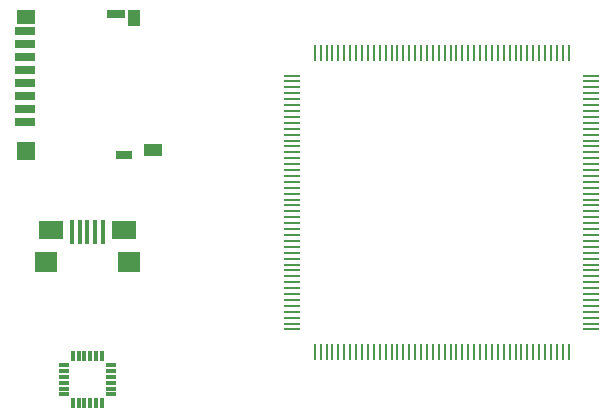
<source format=gbr>
G04 EAGLE Gerber RS-274X export*
G75*
%MOMM*%
%FSLAX34Y34*%
%LPD*%
%INSolderpaste Top*%
%IPPOS*%
%AMOC8*
5,1,8,0,0,1.08239X$1,22.5*%
G01*
%ADD10R,1.750000X0.700000*%
%ADD11R,1.550000X1.000000*%
%ADD12R,1.000000X1.450000*%
%ADD13R,1.500000X1.500000*%
%ADD14R,1.500000X1.300000*%
%ADD15R,1.400000X0.800000*%
%ADD16R,1.500000X0.800000*%
%ADD17R,0.400000X2.000000*%
%ADD18R,2.100000X1.600000*%
%ADD19R,1.900000X1.800000*%
%ADD20R,0.254000X1.371600*%
%ADD21R,1.371600X0.254000*%
%ADD22R,0.863600X0.304800*%
%ADD23R,0.304800X0.863600*%


D10*
X97150Y318000D03*
X97150Y329000D03*
X97150Y340000D03*
X97150Y351000D03*
X97150Y362000D03*
X97150Y373000D03*
X97150Y384000D03*
X97150Y395000D03*
D11*
X205150Y294250D03*
D12*
X189400Y406250D03*
D13*
X98400Y293500D03*
D14*
X98400Y407000D03*
D15*
X180900Y290250D03*
D16*
X174400Y409500D03*
D17*
X137000Y224750D03*
X143500Y224750D03*
X150000Y224750D03*
X156500Y224750D03*
X163000Y224750D03*
D18*
X119000Y226750D03*
X181000Y226750D03*
D19*
X114750Y200000D03*
X185250Y200000D03*
D20*
X342500Y123254D03*
X347500Y123254D03*
X352500Y123254D03*
X357500Y123254D03*
X362500Y123254D03*
X367500Y123254D03*
X372500Y123254D03*
X377500Y123254D03*
X382500Y123254D03*
X387500Y123254D03*
X392500Y123254D03*
X397500Y123254D03*
X402500Y123254D03*
X407500Y123254D03*
X412500Y123254D03*
X417500Y123254D03*
X422500Y123254D03*
X427500Y123254D03*
X432500Y123254D03*
X437500Y123254D03*
X442500Y123254D03*
X447500Y123254D03*
X452500Y123254D03*
X457500Y123254D03*
X462500Y123254D03*
X467500Y123254D03*
X472500Y123254D03*
X477500Y123254D03*
X482500Y123254D03*
X487500Y123254D03*
X492500Y123254D03*
X497500Y123254D03*
X502500Y123254D03*
X507500Y123254D03*
X512500Y123254D03*
X517500Y123254D03*
X522500Y123254D03*
X527500Y123254D03*
X532500Y123254D03*
X537500Y123254D03*
X542500Y123254D03*
X547500Y123254D03*
X552500Y123254D03*
X557500Y123254D03*
D21*
X576746Y142500D03*
X576746Y147500D03*
X576746Y152500D03*
X576746Y157500D03*
X576746Y162500D03*
X576746Y167500D03*
X576746Y172500D03*
X576746Y177500D03*
X576746Y182500D03*
X576746Y187500D03*
X576746Y192500D03*
X576746Y197500D03*
X576746Y202500D03*
X576746Y207500D03*
X576746Y212500D03*
X576746Y217500D03*
X576746Y222500D03*
X576746Y227500D03*
X576746Y232500D03*
X576746Y237500D03*
X576746Y242500D03*
X576746Y247500D03*
X576746Y252500D03*
X576746Y257500D03*
X576746Y262500D03*
X576746Y267500D03*
X576746Y272500D03*
X576746Y277500D03*
X576746Y282500D03*
X576746Y287500D03*
X576746Y292500D03*
X576746Y297500D03*
X576746Y302500D03*
X576746Y307500D03*
X576746Y312500D03*
X576746Y317500D03*
X576746Y322500D03*
X576746Y327500D03*
X576746Y332500D03*
X576746Y337500D03*
X576746Y342500D03*
X576746Y347500D03*
X576746Y352500D03*
X576746Y357500D03*
D20*
X557500Y376746D03*
X552500Y376746D03*
X547500Y376746D03*
X542500Y376746D03*
X537500Y376746D03*
X532500Y376746D03*
X527500Y376746D03*
X522500Y376746D03*
X517500Y376746D03*
X512500Y376746D03*
X507500Y376746D03*
X502500Y376746D03*
X497500Y376746D03*
X492500Y376746D03*
X487500Y376746D03*
X482500Y376746D03*
X477500Y376746D03*
X472500Y376746D03*
X467500Y376746D03*
X462500Y376746D03*
X457500Y376746D03*
X452500Y376746D03*
X447500Y376746D03*
X442500Y376746D03*
X437500Y376746D03*
X432500Y376746D03*
X427500Y376746D03*
X422500Y376746D03*
X417500Y376746D03*
X412500Y376746D03*
X407500Y376746D03*
X402500Y376746D03*
X397500Y376746D03*
X392500Y376746D03*
X387500Y376746D03*
X382500Y376746D03*
X377500Y376746D03*
X372500Y376746D03*
X367500Y376746D03*
X362500Y376746D03*
X357500Y376746D03*
X352500Y376746D03*
X347500Y376746D03*
X342500Y376746D03*
D21*
X323254Y357500D03*
X323254Y352500D03*
X323254Y347500D03*
X323254Y342500D03*
X323254Y337500D03*
X323254Y332500D03*
X323254Y327500D03*
X323254Y322500D03*
X323254Y317500D03*
X323254Y312500D03*
X323254Y307500D03*
X323254Y302500D03*
X323254Y297500D03*
X323254Y292500D03*
X323254Y287500D03*
X323254Y282500D03*
X323254Y277500D03*
X323254Y272500D03*
X323254Y267500D03*
X323254Y262500D03*
X323254Y257500D03*
X323254Y252500D03*
X323254Y247500D03*
X323254Y242500D03*
X323254Y237500D03*
X323254Y232500D03*
X323254Y227500D03*
X323254Y222500D03*
X323254Y217500D03*
X323254Y212500D03*
X323254Y207500D03*
X323254Y202500D03*
X323254Y197500D03*
X323254Y192500D03*
X323254Y187500D03*
X323254Y182500D03*
X323254Y177500D03*
X323254Y172500D03*
X323254Y167500D03*
X323254Y162500D03*
X323254Y157500D03*
X323254Y152500D03*
X323254Y147500D03*
X323254Y142500D03*
D22*
X130315Y112500D03*
X130315Y107500D03*
X130315Y102500D03*
X130315Y97500D03*
X130315Y92500D03*
X130315Y87500D03*
D23*
X137500Y80315D03*
X142500Y80315D03*
X147500Y80315D03*
X152500Y80315D03*
X157500Y80315D03*
X162500Y80315D03*
D22*
X169685Y87500D03*
X169685Y92500D03*
X169685Y97500D03*
X169685Y102500D03*
X169685Y107500D03*
X169685Y112500D03*
D23*
X162500Y119685D03*
X157500Y119685D03*
X152500Y119685D03*
X147500Y119685D03*
X142500Y119685D03*
X137500Y119685D03*
M02*

</source>
